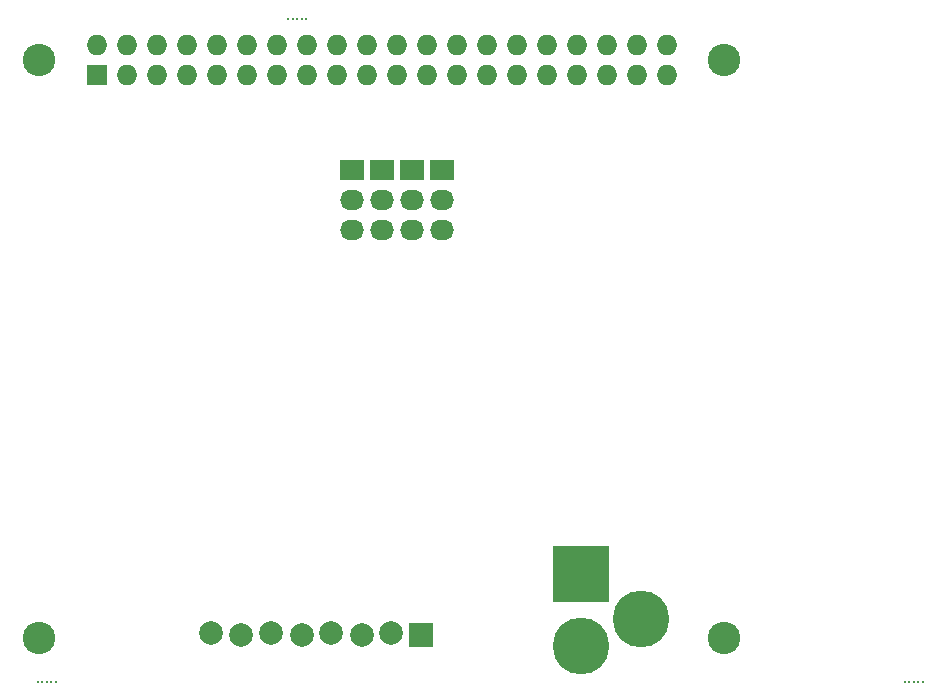
<source format=gbs>
G04 #@! TF.FileFunction,Soldermask,Bot*
%FSLAX46Y46*%
G04 Gerber Fmt 4.6, Leading zero omitted, Abs format (unit mm)*
G04 Created by KiCad (PCBNEW (2015-01-16 BZR 5376)-product) date 3/31/2016 12:49:39 PM*
%MOMM*%
G01*
G04 APERTURE LIST*
%ADD10C,0.100000*%
%ADD11C,2.000000*%
%ADD12R,2.000000X2.000000*%
%ADD13R,2.032000X1.727200*%
%ADD14O,2.032000X1.727200*%
%ADD15C,0.300000*%
%ADD16C,4.800600*%
%ADD17R,4.800600X4.800600*%
%ADD18C,2.750000*%
%ADD19R,1.727200X1.727200*%
%ADD20O,1.727200X1.727200*%
G04 APERTURE END LIST*
D10*
D11*
X112110000Y-124540000D03*
X114650000Y-124750000D03*
X117190000Y-124540000D03*
X119750000Y-124750000D03*
X122270000Y-124540000D03*
X124850000Y-124750000D03*
X127350000Y-124540000D03*
D12*
X129900000Y-124700000D03*
D13*
X131635000Y-85346000D03*
D14*
X131635000Y-87886000D03*
X131635000Y-90426000D03*
D13*
X129095000Y-85346000D03*
D14*
X129095000Y-87886000D03*
X129095000Y-90426000D03*
D13*
X126555000Y-85346000D03*
D14*
X126555000Y-87886000D03*
X126555000Y-90426000D03*
D13*
X123995000Y-85335000D03*
D14*
X123995000Y-87875000D03*
X123995000Y-90415000D03*
D15*
X98933000Y-128651000D03*
X98552000Y-128651000D03*
X98171000Y-128651000D03*
X97790000Y-128651000D03*
X97409000Y-128651000D03*
X172339000Y-128651000D03*
X171958000Y-128651000D03*
X171577000Y-128651000D03*
X171196000Y-128651000D03*
X170815000Y-128651000D03*
X118618000Y-72517000D03*
D16*
X143400000Y-125600000D03*
D17*
X143400000Y-119504000D03*
D16*
X148480000Y-123314000D03*
D18*
X97500000Y-76000000D03*
X155500000Y-76000000D03*
X97500000Y-125000000D03*
X155500000Y-125000000D03*
D15*
X118999000Y-72517000D03*
X119380000Y-72517000D03*
X119761000Y-72517000D03*
X120142000Y-72517000D03*
D19*
X102400000Y-77300000D03*
D20*
X102400000Y-74760000D03*
X104940000Y-77300000D03*
X104940000Y-74760000D03*
X107480000Y-77300000D03*
X107480000Y-74760000D03*
X110020000Y-77300000D03*
X110020000Y-74760000D03*
X112560000Y-77300000D03*
X112560000Y-74760000D03*
X115100000Y-77300000D03*
X115100000Y-74760000D03*
X117640000Y-77300000D03*
X117640000Y-74760000D03*
X120180000Y-77300000D03*
X120180000Y-74760000D03*
X122720000Y-77300000D03*
X122720000Y-74760000D03*
X125260000Y-77300000D03*
X125260000Y-74760000D03*
X127800000Y-77300000D03*
X127800000Y-74760000D03*
X130340000Y-77300000D03*
X130340000Y-74760000D03*
X132880000Y-77300000D03*
X132880000Y-74760000D03*
X135420000Y-77300000D03*
X135420000Y-74760000D03*
X137960000Y-77300000D03*
X137960000Y-74760000D03*
X140500000Y-77300000D03*
X140500000Y-74760000D03*
X143040000Y-77300000D03*
X143040000Y-74760000D03*
X145580000Y-77300000D03*
X145580000Y-74760000D03*
X148120000Y-77300000D03*
X148120000Y-74760000D03*
X150660000Y-77300000D03*
X150660000Y-74760000D03*
M02*

</source>
